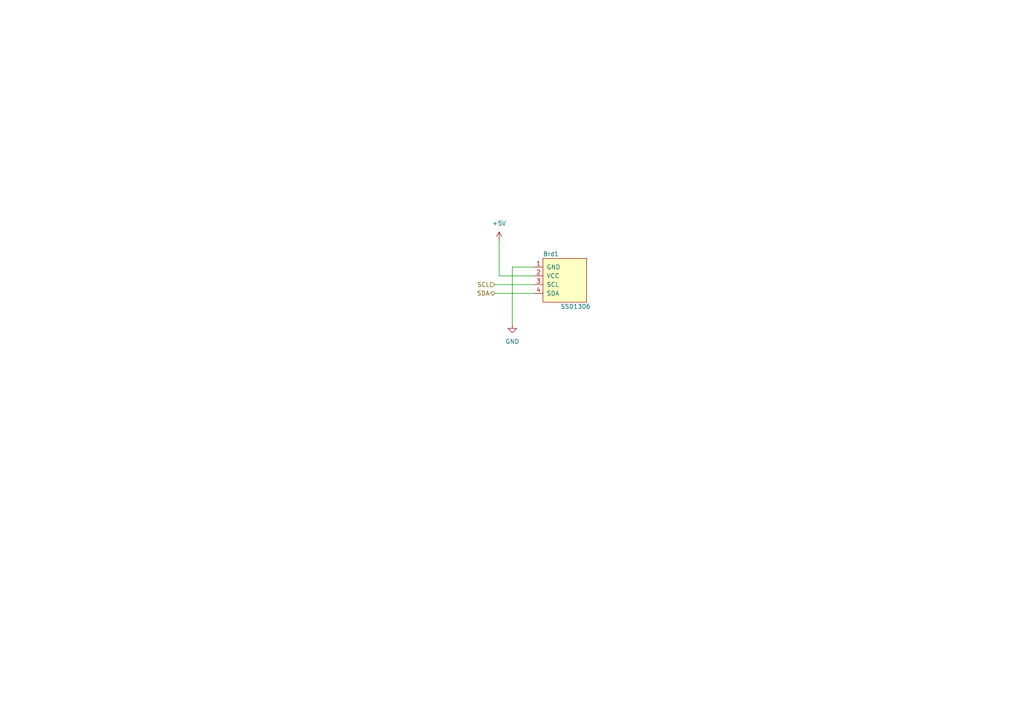
<source format=kicad_sch>
(kicad_sch (version 20230121) (generator eeschema)
  (paper "A4")
  (lib_symbols
    (symbol "2023Staj:SSD1306" (pin_names (offset 1.016))
      (property "Reference" "Brd" (at 0 -3.81 0))
      (property "Value" "SSD1306" (at 0 -1.27 0))
      (symbol "SSD1306_0_1"
        (rectangle (start -6.35 6.35) (end 6.35 -6.35) (fill (type background)))
      )
      (symbol "SSD1306_1_1"
        (pin input line (at -3.81 8.89 270) (length 2.54) (name "GND") (number "1"))
        (pin input line (at -1.27 8.89 270) (length 2.54) (name "VCC") (number "2"))
        (pin input line (at 1.27 8.89 270) (length 2.54) (name "SCL") (number "3"))
        (pin input line (at 3.81 8.89 270) (length 2.54) (name "SDA") (number "4"))
      )
    )
    (symbol "power:+5V" (power) (pin_names (offset 0))
      (property "Value" "+5V" (at 0 3.556 0))
      (symbol "+5V_0_1"
        (polyline (pts (xy -0.762 1.27) (xy 0 2.54)))
        (polyline (pts (xy 0 0) (xy 0 2.54)))
        (polyline (pts (xy 0 2.54) (xy 0.762 1.27)))
      )
      (symbol "+5V_1_1"
        (pin power_in line (at 0 0 90) (length 0) hide (name "+5V") (number "1"))
      )
    )
    (symbol "power:GND" (power) (pin_names (offset 0))
      (property "Value" "GND" (at 0 -3.81 0))
      (symbol "GND_0_1"
        (polyline (pts (xy 0 0) (xy 0 -1.27) (xy 1.27 -1.27) (xy 0 -2.54) (xy -1.27 -1.27) (xy 0 -1.27)))
      )
      (symbol "GND_1_1"
        (pin power_in line (at 0 0 270) (length 0) hide (name "GND") (number "1"))
      )
    )
  )
  (wire (pts (xy 144.78 80.01) (xy 154.94 80.01)))
  (wire (pts (xy 143.51 82.55) (xy 154.94 82.55)))
  (wire (pts (xy 154.94 77.47) (xy 148.59 77.47)))
  (wire (pts (xy 144.78 69.85) (xy 144.78 80.01)))
  (wire (pts (xy 148.59 77.47) (xy 148.59 93.98)))
  (wire (pts (xy 143.51 85.09) (xy 154.94 85.09)))
  (hierarchical_label "SDA" (shape bidirectional) (at 143.51 85.09 180))
  (hierarchical_label "SCL" (shape input) (at 143.51 82.55 180))
  (symbol (lib_id "2023Staj:SSD1306") (at 163.83 81.28 90) (mirror x) (unit 1)
    (property "Reference" "Brd1" (at 157.48 73.66 90) (effects (justify right)))
    (property "Value" "SSD1306" (at 162.56 88.9 90) (effects (justify right)))
    (property "Footprint" "2023Staj:SSD1306_0.96_Oled" (effects hide))
  )
  (symbol (lib_id "power:+5V") (at 144.78 69.85 0) (unit 1)
    (property "Reference" "#PWR025" (effects hide))
    (property "Value" "+5V" (at 144.78 64.77 0))
  )
  (symbol (lib_id "power:GND") (at 148.59 93.98 0) (unit 1)
    (property "Reference" "#PWR024" (effects hide))
    (property "Value" "GND" (at 148.59 99.06 0))
  )
)
</source>
